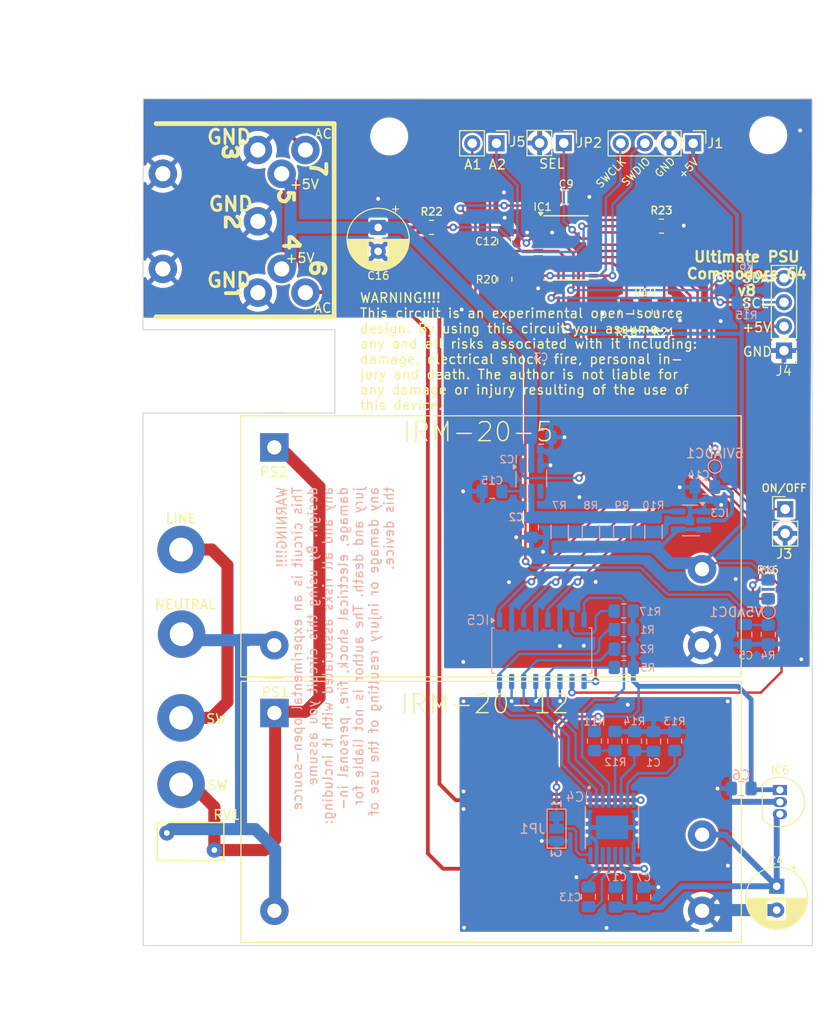
<source format=kicad_pcb>
(kicad_pcb (version 20221018) (generator pcbnew)
  (layers (0 "F.Cu" signal) (31 "B.Cu" signal) (34 "B.Paste" user) (35 "F.Paste" user) (36 "B.SilkS" user "B.Silkscreen") (37 "F.SilkS" user "F.Silkscreen") (38 "B.Mask" user) (39 "F.Mask" user) (44 "Edge.Cuts" user))
  (net 0 "")
  (net 1 "/5V/5VIADC")
  (net 2 "GND2")
  (net 3 "GND")
  (net 4 "/5V/V5ADC")
  (net 5 "5V_OUT")
  (net 6 "AC_NEUTRAL")
  (net 7 "AC_LINE")
  (net 8 "+12V")
  (net 9 "AC_OUT2")
  (net 10 "AC_OUT1")
  (net 11 "/5V/DISP_SCL")
  (net 12 "/5V/DISP_SDA")
  (net 13 "Net-(IC1-VCL)")
  (net 14 "Net-(IC4-CPL)")
  (net 15 "+5V")
  (net 16 "Net-(IC4-CPH)")
  (net 17 "Net-(H1-Pad1)")
  (net 18 "/5V/5V_EN")
  (net 19 "Net-(IC2-DV{slash}DT)")
  (net 20 "Net-(IC4-VCP)")
  (net 21 "/5V/AUX2")
  (net 22 "/5V/AUX1")
  (net 23 "Net-(IC1-P110)")
  (net 24 "Net-(IC1-P112)")
  (net 25 "Net-(IC1-P102)")
  (net 26 "NFAULT")
  (net 27 "/5V/SEL")
  (net 28 "/5V/ON_OFF")
  (net 29 "/5V/5VOADC")
  (net 31 "/5V/RESET")
  (net 32 "Net-(IC2-VIN)")
  (net 33 "/5V/SWCLK")
  (net 34 "/5V/SWDIO")
  (net 35 "Net-(IC4-EN{slash}IN1)")
  (net 36 "Net-(IC4-PH{slash}IN2)")
  (net 37 "Net-(IC4-NSLEEP)")
  (net 38 "Net-(IC4-NFAULT)")
  (net 39 "Net-(IC4-VREF)")
  (net 40 "Net-(IC4-IPROPI)")
  (net 41 "Net-(IC4-IMODE)")
  (net 42 "Net-(IC4-PMODE)")
  (net 43 "IN1")
  (net 44 "IN2")
  (net 45 "NSLEEP")
  (net 46 "Net-(IC5-ANODE_4)")
  (net 47 "+5VA")
  (footprint "Capacitor_SMD:C_0805_2012Metric_Pad1.18x1.45mm_HandSolder" (layer "F.Cu") (at 147.3923 52.7398 180)
    (fp_text reference "C9")
    (fp_text value "1uF")
  )
  (footprint "Capacitor_THT:CP_Radial_D6.3mm_P2.50mm" (layer "F.Cu") (at 169.545 125.1858 -90)
    (fp_text reference "C4")
    (fp_text value "470uF 16V")
  )
  (footprint "Connector_PinHeader_2.54mm:PinHeader_1x04_P2.54mm_Vertical" (layer "F.Cu") (at 170.307 68.8688 180)
    (fp_text reference "J4")
    (fp_text value "OLED_DISPLAY")
  )
  (footprint "Connector_PinHeader_2.54mm:PinHeader_1x02_P2.54mm_Vertical" (layer "F.Cu") (at 170.434 85.5472)
    (fp_text reference "J3")
    (fp_text value "PushButton")
  )
  (footprint "Package_SO:SSOP-20_4.4x6.5mm_P0.65mm" (layer "F.Cu") (at 147.3664 58.0698)
    (fp_text reference "IC1")
    (fp_text value "R7FA0E1073CSC#CA0")
  )
  (footprint "MountingHole:MountingHole_2.5mm_Pad" (layer "F.Cu") (at 106.8806 107.4796)
    (fp_text reference "H3" hide)
    (fp_text value "Switch1")
  )
  (footprint "MountingHole:MountingHole_3.5mm" (layer "F.Cu") (at 106.807 80.01)
    (fp_text reference "H7" hide)
    (fp_text value "MountingHole")
  )
  (footprint "Connector_PinHeader_2.54mm:PinHeader_1x04_P2.54mm_Vertical" (layer "F.Cu") (at 160.7566 47.0756 -90)
    (fp_text reference "J1")
    (fp_text value "SWD")
  )
  (footprint "Converter_ACDC:Converter_ACDC_MeanWell_IRM-20-xx_THT" (layer "F.Cu") (at 116.6876 79.0474)
    (fp_text reference "PS2")
    (fp_text value "IRM-20-5")
  )
  (footprint "MountingHole:MountingHole_3.5mm" (layer "F.Cu") (at 106.9086 127.3556)
    (fp_text reference "H6" hide)
    (fp_text value "MountingHole")
  )
  (footprint "Commodore:POWER_CON_DIN7" (layer "F.Cu") (at 114.9604 55.2798 180)
    (fp_text reference "J2" hide)
    (fp_text value "DIN-7")
  )
  (footprint "MountingHole:MountingHole_2.5mm_Pad" (layer "F.Cu") (at 106.934 98.679)
    (fp_text reference "H2" hide)
    (fp_text value "Neutral")
  )
  (footprint "Connector_PinHeader_2.54mm:PinHeader_1x02_P2.54mm_Vertical" (layer "F.Cu") (at 140.0556 47.0756 -90)
    (fp_text reference "J5")
    (fp_text value "Aux" hide)
  )
  (footprint "Resistor_SMD:R_0805_2012Metric_Pad1.20x1.40mm_HandSolder" (layer "F.Cu") (at 140.9446 61.3656 -90)
    (fp_text reference "R20")
    (fp_text value "10k")
  )
  (footprint "MountingHole:MountingHole_2.5mm_Pad" (layer "F.Cu") (at 106.8806 89.789)
    (fp_text reference "H1" hide)
    (fp_text value "Line")
  )
  (footprint "Resistor_SMD:R_0805_2012Metric_Pad1.20x1.40mm_HandSolder" (layer "F.Cu") (at 155.702 64.7954 -90)
    (fp_text reference "R19")
    (fp_text value "1k")
  )
  (footprint "Capacitor_SMD:C_0805_2012Metric_Pad1.18x1.45mm_HandSolder" (layer "F.Cu") (at 140.9192 57.3938 -90)
    (fp_text reference "C12")
    (fp_text value "0.1uF")
  )
  (footprint "MountingHole:MountingHole_3.5mm" (layer "F.Cu") (at 168.656 46.228)
    (fp_text reference "H8" hide)
    (fp_text value "MountingHole")
  )
  (footprint "Package_TO_SOT_THT:TO-92_Inline" (layer "F.Cu") (at 169.8752 115.062 -90)
    (fp_text reference "IC6")
    (fp_text value "L78L05_TO92")
  )
  (footprint "MountingHole:MountingHole_3.5mm" (layer "F.Cu") (at 128.778 46.355)
    (fp_text reference "H5" hide)
    (fp_text value "MountingHole")
  )
  (footprint "Connector_PinHeader_2.54mm:PinHeader_1x02_P2.54mm_Vertical" (layer "F.Cu") (at 147.1422 47.0502 -90)
    (fp_text reference "JP2")
    (fp_text value "SEL")
  )
  (footprint "Capacitor_THT:CP_Radial_D6.3mm_P2.50mm" (layer "F.Cu") (at 127.6096 55.9294 -90)
    (fp_text reference "C16")
    (fp_text value "470uF 16V")
  )
  (footprint "Varistor:RV_Disc_D7mm_W4mm_P5mm" (layer "F.Cu") (at 105.3806 119.5796)
    (fp_text reference "RV1")
    (fp_text value "Varistor")
  )
  (footprint "Resistor_SMD:R_0805_2012Metric_Pad1.20x1.40mm_HandSolder" (layer "F.Cu") (at 133.239 55.9148)
    (fp_text reference "R22")
    (fp_text value "10k")
  )
  (footprint "Resistor_SMD:R_0805_2012Metric_Pad1.20x1.40mm_HandSolder" (layer "F.Cu") (at 157.4198 55.7878)
    (fp_text reference "R23")
    (fp_text value "10k")
  )
  (footprint "Resistor_SMD:R_0805_2012Metric_Pad1.20x1.40mm_HandSolder" (layer "F.Cu") (at 157.7086 64.8208 -90)
    (fp_text reference "R21")
    (fp_text value "1k")
  )
  (footprint "Resistor_SMD:R_0805_2012Metric_Pad1.20x1.40mm_HandSolder" (layer "F.Cu") (at 153.7462 64.8208 -90)
    (fp_text reference "R18")
    (fp_text value "1k")
  )
  (footprint "MountingHole:MountingHole_2.5mm_Pad" (layer "F.Cu") (at 106.8806 114.4796)
    (fp_text reference "H4" hide)
    (fp_text value "Switch2")
  )
  (footprint "Converter_ACDC:Converter_ACDC_MeanWell_IRM-20-xx_THT" (layer "F.Cu") (at 116.6964 106.962)
    (fp_text reference "PS1")
    (fp_text value "IRM-20-12")
  )
  (footprint "Resistor_SMD:R_0805_2012Metric_Pad1.20x1.40mm_HandSolder" (layer "F.Cu") (at 168.6306 93.9546 90)
    (fp_text reference "R16")
    (fp_text value "10k")
  )
  (footprint "Resistor_SMD:R_0805_2012Metric_Pad1.20x1.40mm_HandSolder" (layer "B.Cu") (at 154.5844 109.9218 90)
    (fp_text reference "R14")
    (fp_text value "5k6" hide)
  )
  (footprint "Resistor_SMD:R_0805_2012Metric_Pad1.20x1.40mm_HandSolder" (layer "B.Cu") (at 153.4508 96.2406 180)
    (fp_text reference "R17")
    (fp_text value "1k")
  )
  (footprint "Capacitor_SMD:C_0805_2012Metric_Pad1.18x1.45mm_HandSolder" (layer "B.Cu") (at 152.5778 126.3357 -90)
    (fp_text reference "C17")
    (fp_text value "0.1uF")
  )
  (footprint "Resistor_SMD:R_0805_2012Metric_Pad1.20x1.40mm_HandSolder" (layer "B.Cu") (at 168.656 98.7204 -90)
    (fp_text reference "R4")
    (fp_text value "10k")
  )
  (footprint "Capacitor_SMD:C_0805_2012Metric_Pad1.18x1.45mm_HandSolder" (layer "B.Cu") (at 139.6023 83.6676)
    (fp_text reference "C15")
    (fp_text value "0.1uF")
  )
  (footprint "Capacitor_SMD:C_0805_2012Metric_Pad1.18x1.45mm_HandSolder" (layer "B.Cu") (at 156.591 109.9605 90)
    (fp_text reference "C1")
    (fp_text value "0.1uF")
  )
  (footprint "Capacitor_SMD:C_0805_2012Metric_Pad1.18x1.45mm_HandSolder" (layer "B.Cu") (at 149.733 126.2927 -90)
    (fp_text reference "C13")
    (fp_text value "0.022uF")
  )
  (footprint "Resistor_SMD:R_0805_2012Metric_Pad1.20x1.40mm_HandSolder" (layer "B.Cu") (at 153.4574 98.1964 180)
    (fp_text reference "R1")
    (fp_text value "10k")
  )
  (footprint "Resistor_SMD:R_0805_2012Metric_Pad1.20x1.40mm_HandSolder" (layer "B.Cu") (at 168.656 93.9706 -90)
    (fp_text reference "R3")
    (fp_text value "10k")
  )
  (footprint "Package_TO_SOT_SMD:SOT-23-6_Handsoldering" (layer "B.Cu") (at 143.7284 82.2998 -90)
    (fp_text reference "IC2")
    (fp_text value "MP5036AGJ")
  )
  (footprint "Resistor_SMD:R_0805_2012Metric_Pad1.20x1.40mm_HandSolder" (layer "B.Cu") (at 153.4574 102.1842 180)
    (fp_text reference "R5")
    (fp_text value "10k")
  )
  (footprint "Resistor_SMD:R_0805_2012Metric_Pad1.20x1.40mm_HandSolder" (layer "B.Cu") (at 153.4574 100.2538 180)
    (fp_text reference "R2")
    (fp_text value "10k")
  )
  (footprint "Resistor_SMD:R_1206_3216Metric_Pad1.30x1.75mm_HandSolder" (layer "B.Cu") (at 153.2904 87.9354 90)
    (fp_text reference "R9")
    (fp_text value "0.2R")
  )
  (footprint "DRV8874PWPR:SOP65P640X120-17N" (layer "B.Cu") (at 152.2112 118.9992 -90)
    (fp_text reference "IC4")
    (fp_text value "DRV8874PWPR")
  )
  (footprint "Capacitor_SMD:C_0805_2012Metric_Pad1.18x1.45mm_HandSolder" (layer "B.Cu") (at 144.7585 77.978 180)
    (fp_text reference "C3")
    (fp_text value "0.1uF")
  )
  (footprint "Resistor_SMD:R_1206_3216Metric_Pad1.30x1.75mm_HandSolder" (layer "B.Cu") (at 150.0004 87.9354 90)
    (fp_text reference "R8")
    (fp_text value "0.2R")
  )
  (footprint "Package_TO_SOT_SMD:SOT-23-5_HandSoldering" (layer "B.Cu") (at 160.5242 86.7258 180)
    (fp_text reference "IC3")
    (fp_text value "ISL28005FH20Z-T7")
  )
  (footprint "Resistor_SMD:R_0805_2012Metric_Pad1.20x1.40mm_HandSolder" (layer "B.Cu") (at 158.8008 109.9152 90)
    (fp_text reference "R13")
    (fp_text value "20k DNP" hide)
  )
  (footprint "Resistor_SMD:R_0805_2012Metric_Pad1.20x1.40mm_HandSolder" (layer "B.Cu") (at 152.527 109.9152 90)
    (fp_text reference "R12")
    (fp_text value "10k")
  )
  (footprint "Jumper:SolderJumper-3_P1.3mm_Bridged12_Pad1.0x1.5mm_NumberLabels" (layer "B.Cu") (at 146.3802 119.126 -90)
    (fp_text reference "JP1")
    (fp_text value "SolderJumper_3_Bridged12")
  )
  (footprint "Capacitor_SMD:C_0805_2012Metric_Pad1.18x1.45mm_HandSolder" (layer "B.Cu") (at 161.9973 83.2104)
    (fp_text reference "C14")
    (fp_text value "0.1uF")
  )
  (footprint "Capacitor_SMD:C_0805_2012Metric_Pad1.18x1.45mm_HandSolder" (layer "B.Cu") (at 155.5496 126.3396 -90)
    (fp_text reference "C7")
    (fp_text value "0.1uF")
  )
  (footprint "Capacitor_SMD:C_0805_2012Metric_Pad1.18x1.45mm_HandSolder" (layer "B.Cu") (at 143.7386 87.4561 90)
    (fp_text reference "C2")
    (fp_text value "1uF")
  )
  (footprint "Resistor_SMD:R_1206_3216Metric_Pad1.30x1.75mm_HandSolder" (layer "B.Cu") (at 146.7104 87.9354 90)
    (fp_text reference "R7")
    (fp_text value "0.2R")
  )
  (footprint "Resistor_SMD:R_1206_3216Metric_Pad1.30x1.75mm_HandSolder" (layer "B.Cu") (at 156.5804 87.9354 90)
    (fp_text reference "R10")
    (fp_text value "0.2R")
  )
  (footprint "Capacitor_SMD:C_0805_2012Metric_Pad1.18x1.45mm_HandSolder" (layer "B.Cu") (at 165.8112 114.9096)
    (fp_text reference "C6")
    (fp_text value "0.1uF")
  )
  (footprint "Resistor_SMD:R_0805_2012Metric_Pad1.20x1.40mm_HandSolder" (layer "B.Cu") (at 166.3794 61.2488)
    (fp_text reference "R6")
    (fp_text value "10k")
  )
  (footprint "Package_SO:SOIC-16_4.55x10.3mm_P1.27mm" (layer "B.Cu") (at 144.8308 100.405 -90)
    (fp_text reference "IC5")
    (fp_text value "PS2801C-4-F3-A")
  )
  (footprint "Resistor_SMD:R_0805_2012Metric_Pad1.20x1.40mm_HandSolder" (layer "B.Cu") (at 166.3794 63.8142)
    (fp_text reference "R15")
    (fp_text value "10k")
  )
  (footprint "Resistor_SMD:R_0805_2012Metric_Pad1.20x1.40mm_HandSolder" (layer "B.Cu") (at 150.368 109.9152 -90)
    (fp_text reference "R11")
    (fp_text value "10k" hide)
  )
  (footprint "Capacitor_SMD:C_0805_2012Metric_Pad1.18x1.45mm_HandSolder" (layer "B.Cu") (at 166.1922 98.7083 90)
    (fp_text reference "C5")
    (fp_text value "0.1uF")
  )
  (footprint "TestPoint:TestPoint_Pad_D1.0mm" (layer "B.Cu") (at 168.6814 96.3328 180)
    (fp_text reference "V5ADC1")
    (fp_text value "V5ADC")
  )
  (footprint "TestPoint:TestPoint_Pad_D1.0mm" (layer "B.Cu") (at 163.0426 81.0514 180)
    (fp_text reference "5VIADC1")
    (fp_text value "~" hide)
  )
  (gr_line (start 102.87 75.438) (end 123.063 75.438) (stroke (width 0.1)) (layer "Edge.Cuts"))
  (gr_line (start 102.87 66.675) (end 102.8954 42.3926) (stroke (width 0.1)) (layer "Edge.Cuts"))
  (gr_line (start 102.8954 42.3926) (end 173.2788 42.3926) (stroke (width 0.1)) (layer "Edge.Cuts"))
  (gr_line (start 123.063 66.675) (end 102.87 66.675) (stroke (width 0.1)) (layer "Edge.Cuts"))
  (gr_line (start 102.8954 131.4196) (end 102.87 75.438) (stroke (width 0.1)) (layer "Edge.Cuts"))
  (gr_line (start 173.2788 42.3926) (end 173.2788 131.4196) (stroke (width 0.1)) (layer "Edge.Cuts"))
  (gr_line (start 123.063 75.438) (end 123.063 66.675) (stroke (width 0.1)) (layer "Edge.Cuts"))
  (gr_line (start 173.2788 131.4196) (end 102.8954 131.4196) (stroke (width 0.1)) (layer "Edge.Cuts"))
  (gr_text "WARNING!!!!\nThis circuit is an experimental open-source \ndesign. By using this circuit you assume\nany and all risks associated with it including:\ndamage, electrical shock, fire, personal in-\njury and death. The author is not liable for\nany damage or injury resulting of the use of\nthis device." (at 129.3368 83.1088 90) (layer "B.SilkS") (effects (font (size 1 1)) (justify left bottom mirror)))
  (gr_text "GND" (at 165.8874 69.58) (layer "F.SilkS") (effects (font (size 1 1)) (justify left bottom)))
  (gr_text "+5V" (at 118.237 51.9778) (layer "F.SilkS") (effects (font (size 1 1)) (justify left bottom)))
  (gr_text "NEUTRAL" (at 104.013 96.139) (layer "F.SilkS") (effects (font (size 1 1)) (justify left bottom)))
  (gr_text "SCL" (at 165.8274 64.47) (layer "F.SilkS") (effects (font (size 1 1)) (justify left bottom)))
  (gr_text "SEL" (at 144.4498 49.8188) (layer "F.SilkS") (effects (font (size 1 1)) (justify left bottom)))
  (gr_text "Ultimate PSU\nCommodore 64\nv8" (at 166.3954 63.1952) (layer "F.SilkS") (effects (font (size 1.1 1.1) (thickness 0.25) bold) (justify bottom)))
  (gr_text "+5V" (at 159.6644 50.9618 45) (layer "F.SilkS") (effects (font (size 0.8 0.8) (thickness 0.125)) (justify left bottom)))
  (gr_text "GND" (at 109.4486 62.341) (layer "F.SilkS") (effects (font (size 1.5 1.5) (thickness 0.3) bold) (justify left bottom)))
  (gr_text "GND" (at 109.4486 47.3042) (layer "F.SilkS") (effects (font (size 1.5 1.5) (thickness 0.3) bold) (justify left bottom)))
  (gr_text "GND" (at 157.2006 50.8602 45) (layer "F.SilkS") (effects (font (size 0.8 0.8) (thickness 0.125)) (justify left bottom)))
  (gr_text "SDA" (at 165.8274 61.803) (layer "F.SilkS") (effects (font (size 1 1)) (justify left bottom)))
  (gr_text "+5V" (at 165.8274 67.01) (layer "F.SilkS") (effects (font (size 1 1)) (justify left bottom)))
  (gr_text "SW" (at 109.5756 115.1636) (layer "F.SilkS") (effects (font (size 1 1)) (justify left bottom)))
  (gr_text "WARNING!!!!\nThis circuit is an experimental open-source \ndesign. By using this circuit you assume\nany and all risks associated with it including:\ndamage, electrical shock, fire, personal in-\njury and death. The author is not liable for\nany damage or injury resulting of the use of\nthis device." (at 125.603 75.184) (layer "F.SilkS") (effects (font (size 1 1)) (justify left bottom)))
  (gr_text "AC" (at 120.8024 46.6692) (layer "F.SilkS") (effects (font (size 1 1)) (justify left bottom)))
  (gr_text "ON/OFF" (at 167.8686 83.7946) (layer "F.SilkS") (effects (font (size 0.8 0.8) (thickness 0.15) bold) (justify left bottom)))
  (gr_text "LINE" (at 105.156 87.122) (layer "F.SilkS") (effects (font (size 1 1)) (justify left bottom)))
  (gr_text "AC" (at 120.7516 64.9826) (layer "F.SilkS") (effects (font (size 1 1)) (justify left bottom)))
  (gr_text "IRM-20-12" (at 129.8448 107.188) (layer "F.SilkS") (effects (font (size 2 2)) (justify left bottom)))
  (gr_text "A1 A2" (at 136.5758 49.895) (layer "F.SilkS") (effects (font (size 1 1)) (justify left bottom)))
  (gr_text "SW" (at 109.4232 108.1786) (layer "F.SilkS") (effects (font (size 1 1)) (justify left bottom)))
  (gr_text "IRM-20-5" (at 130.0734 78.5876) (layer "F.SilkS") (effects (font (size 2 2)) (justify left bottom)))
  (gr_text "SWCLK" (at 151.003 51.9524 45) (layer "F.SilkS") (effects (font (size 0.8 0.8) (thickness 0.125)) (justify left bottom)))
  (gr_text "+5V" (at 117.7798 59.7248) (layer "F.SilkS") (effects (font (size 1 1)) (justify left bottom)))
  (gr_text "GND" (at 109.6264 54.34) (layer "F.SilkS") (effects (font (size 1.5 1.5) (thickness 0.3) bold) (justify left bottom)))
  (gr_text "SWDIO" (at 153.6954 51.7746 45) (layer "F.SilkS") (effects (font (size 0.8 0.8) (thickness 0.125)) (justify left bottom)))
  (segment (start 154.8464 55.1448) (end 150.2664 55.1448) (width 0.254) (layer "F.Cu") (net 1))
  (segment (start 155.7528 54.2384) (end 154.8464 55.1448) (width 0.254) (layer "F.Cu") (net 1))
  (segment (start 163.0426 79.1464) (end 162.687 78.7908) (width 0.254) (layer "F.Cu") (net 1))
  (segment (start 162.687 55.2036) (end 161.7218 54.2384) (width 0.254) (layer "F.Cu") (net 1))
  (segment (start 161.7218 54.2384) (end 155.7528 54.2384) (width 0.254) (layer "F.Cu") (net 1))
  (segment (start 162.687 78.7908) (end 162.687 55.2036) (width 0.254) (layer "F.Cu") (net 1))
  (via (at 163.0426 79.1464) (size 0.8) (drill 0.4) (layers "F.Cu" "B.Cu") (net 1))
  (segment (start 164.1856 83.2104) (end 163.0348 83.2104) (width 0.4) (layer "B.Cu") (net 1))
  (segment (start 164.846 85.9028) (end 164.846 83.8708) (width 0.4) (layer "B.Cu") (net 1))
  (segment (start 163.0348 81.0592) (end 163.0426 81.0514) (width 0.4) (layer "B.Cu") (net 1))
  (segment (start 164.023 86.7258) (end 164.846 85.9028) (width 0.4) (layer "B.Cu") (net 1))
  (segment (start 163.0426 81.0514) (end 163.0426 79.1464) (width 0.254) (layer "B.Cu") (net 1))
  (segment (start 164.846 83.8708) (end 164.1856 83.2104) (width 0.4) (layer "B.Cu") (net 1))
  (segment (start 163.0348 83.2104) (end 163.0348 81.0592) (width 0.4) (layer "B.Cu") (net 1))
  (segment (start 161.8742 86.7258) (end 164.023 86.7258) (width 0.4) (layer "B.Cu") (net 1))
  (via (at 154.8274 118.1356) (size 0.8) (drill 0.4) (layers "F.Cu" "B.Cu") (net 2))
  (via (at 149.5442 119.0246) (size 0.8) (drill 0.4) (layers "F.Cu" "B.Cu") (net 2))
  (via (at 151.638 129.5654) (size 0.8) (drill 0.4) (layers "F.Cu" "B.Cu") (net 2))
  (via (at 157.099 125.2728) (size 0.8) (drill 0.4) (layers "F.Cu" "B.Cu") (net 2))
  (via (at 164.3888 105.7402) (size 0.8) (drill 0.4) (layers "F.Cu" "B.Cu") (net 2))
  (via (at 153.8732 106.0958) (size 0.8) (drill 0.4) (layers "F.Cu" "B.Cu") (net 2))
  (via (at 146.7612 105.7148) (size 0.8) (drill 0.4) (layers "F.Cu" "B.Cu") (net 2))
  (via (at 136.652 129.54) (size 0.8) (drill 0.4) (layers "F.Cu" "B.Cu") (net 2))
  (via (at 148.463 124.2314) (size 0.8) (drill 0.4) (layers "F.Cu" "B.Cu") (net 2))
  (via (at 154.8528 118.9992) (size 0.8) (drill 0.4) (layers "F.Cu" "B.Cu") (net 2))
  (via (at 144.8308 120.4214) (size 0.8) (drill 0.4) (layers "F.Cu" "B.Cu") (net 2))
  (via (at 136.6012 117.0686) (size 0.8) (drill 0.4) (layers "F.Cu" "B.Cu") (net 2))
  (via (at 163.322 114.9096) (size 0.8) (drill 0.4) (layers "F.Cu" "B.Cu") (net 2))
  (via (at 141.6558 105.7148) (size 0.8) (drill 0.4) (layers "F.Cu" "B.Cu") (net 2))
  (via (at 154.8528 119.812) (size 0.8) (drill 0.4) (layers "F.Cu" "B.Cu") (net 2))
  (via (at 144.2212 105.7148) (size 0.8) (drill 0.4) (layers "F.Cu" "B.Cu") (net 2))
  (via (at 136.6012 115.2144) (size 0.8) (drill 0.4) (layers "F.Cu" "B.Cu") (net 2))
  (via (at 164.4142 123.0122) (size 0.8) (drill 0.4) (layers "F.Cu" "B.Cu") (net 2))
  (via (at 149.5442 119.8374) (size 0.8) (drill 0.4) (layers "F.Cu" "B.Cu") (net 2))
  (via (at 149.5442 118.2118) (size 0.8) (drill 0.4) (layers "F.Cu" "B.Cu") (net 2))
  (via (at 136.6012 105.7402) (size 0.8) (drill 0.4) (layers "F.Cu" "B.Cu") (net 2))
  (segment (start 144.1958 105.6894) (end 144.2212 105.7148) (width 0.254) (layer "B.Cu") (net 2))
  (segment (start 150.5862 120.5238) (end 149.8998 119.8374) (width 0.4) (layer "B.Cu") (net 2))
  (segment (start 150.5862 121.8692) (end 150.5862 120.5238) (width 0.4) (layer "B.Cu") (net 2))
  (segment (start 144.1958 103.655) (end 144.1958 105.6894) (width 0.254) (layer "B.Cu") (net 2))
  (segment (start 169.8752 116.332) (end 169.8498 116.3066) (width 0.625) (layer "B.Cu") (net 2))
  (segment (start 141.6558 103.655) (end 141.6558 105.7148) (width 0.254) (layer "B.Cu") (net 2))
  (segment (start 161.7726 127.6858) (end 161.6964 127.762) (width 1.27) (layer "B.Cu") (net 2))
  (segment (start 169.545 127.6858) (end 161.7726 127.6858) (width 1.27) (layer "B.Cu") (net 2))
  (segment (start 146.7358 103.655) (end 146.7358 105.5624) (width 0.254) (layer "B.Cu") (net 2))
  (segment (start 169.8498 116.3066) (end 164.6936 116.3066) (width 0.625) (layer "B.Cu") (net 2))
  (segment (start 149.8998 119.8374) (end 149.5442 119.8374) (width 0.4) (layer "B.Cu") (net 2))
  (segment (start 150.4926 103.655) (end 150.4926 101.958) (width 0.254) (layer "F.Cu") (net 3))
  (segment (start 150.495 101.9556) (end 150.4926 101.958) (width 0.254) (layer "F.Cu") (net 3))
  (via (at 159.3596 65.6938) (size 0.8) (drill 0.4) (layers "F.Cu" "B.Cu") (net 3))
  (via (at 140.843 52.2318) (size 0.8) (drill 0.4) (layers "F.Cu" "B.Cu") (net 3))
  (via (at 159.766 55.737) (size 0.8) (drill 0.4) (layers "F.Cu" "B.Cu") (net 3))
  (via (at 145.7452 80.9244) (size 0.8) (drill 0.4) (layers "F.Cu" "B.Cu") (net 3))
  (via (at 142.1384 88.4936) (size 0.8) (drill 0.4) (layers "F.Cu" "B.Cu") (net 3))
  (via (at 136.398 64.5508) (size 0.8) (drill 0.4) (layers "F.Cu" "B.Cu") (net 3))
  (via (at 150.4926 103.655) (size 0.8) (drill 0.4) (layers "F.Cu" "B.Cu") (net 3))
  (via (at 136.5758 101.6) (size 0.8) (drill 0.4) (layers "F.Cu" "B.Cu") (net 3))
  (via (at 144.4498 62.3214) (size 0.8) (drill 0.4) (layers "F.Cu" "B.Cu") (net 3))
  (via (at 163.5506 59.547) (size 0.8) (drill 0.4) (layers "F.Cu" "B.Cu") (net 3))
  (via (at 150.495 93.1926) (size 0.8) (drill 0.4) (layers "F.Cu" "B.Cu") (net 3))
  (via (at 127.6096 52.9176) (size 0.8) (drill 0.4) (layers "F.Cu" "B.Cu") (net 3))
  (via (at 151.2316 65.008) (size 0.8) (drill 0.4) (layers "F.Cu" "B.Cu") (net 3))
  (via (at 141.3764 93.218) (size 0.8) (drill 0.4) (layers "F.Cu" "B.Cu") (net 3))
  (via (at 172.0088 45.7294) (size 0.8) (drill 0.4) (layers "F.Cu" "B.Cu") (net 3))
  (via (at 140.9192 54.9046) (size 0.8) (drill 0.4) (layers "F.Cu" "B.Cu") (net 3))
  (via (at 163.6522 65.77) (size 0.8) (drill 0.4) (layers "F.Cu" "B.Cu") (net 3))
  (via (at 144.9578 90.0176) (size 0.8) (drill 0.4) (layers "F.Cu" "B.Cu") (net 3))
  (via (at 143.2814 56.454) (size 0.8) (drill 0.4) (layers "F.Cu" "B.Cu") (net 3))
  (via (at 145.923 56.454) (size 0.8) (drill 0.4) (layers "F.Cu" "B.Cu") (net 3))
  (via (at 149.8346 52.7144) (size 0.8) (drill 0.4) (layers "F.Cu" "B.Cu") (net 3))
  (via (at 165.227 92.8878) (size 0.8) (drill 0.4) (layers "F.Cu" "B.Cu") (net 3))
  (via (at 136.5504 83.6676) (size 0.8) (drill 0.4) (layers "F.Cu" "B.Cu") (net 3))
  (via (at 146.7358 99.9236) (size 0.8) (drill 0.4) (layers "F.Cu" "B.Cu") (net 3))
  (via (at 159.3342 83.2358) (size 0.8) (drill 0.4) (layers "F.Cu" "B.Cu") (net 3))
  (via (at 172.1358 101.3206) (size 0.8) (drill 0.4) (layers "F.Cu" "B.Cu") (net 3))
  (via (at 163.703 85.09) (size 0.8) (drill 0.4) (layers "F.Cu" "B.Cu") (net 3))
  (via (at 149.2504 99.8982) (size 0.8) (drill 0.4) (layers "F.Cu" "B.Cu") (net 3))
  (via (at 148.7932 84.2772) (size 0.8) (drill 0.4) (layers "F.Cu" "B.Cu") (net 3))
  (via (at 147.2184 77.978) (size 0.8) (drill 0.4) (layers "F.Cu" "B.Cu") (net 3))
  (segment (start 150.495 103.6574) (end 150.4926 103.655) (width 0.254) (layer "B.Cu") (net 3))
  (segment (start 149.2758 103.655) (end 150.4926 103.655) (width 0.254) (layer "B.Cu") (net 3))
  (segment (start 143.5608 53.6288) (end 144.4664 54.5344) (width 0.254) (layer "F.Cu") (net 4))
  (segment (start 143.102 68.7402) (end 143.102 91.0066) (width 0.254) (layer "F.Cu") (net 4))
  (segment (start 137.8458 63.484) (end 143.102 68.7402) (width 0.254) (layer "F.Cu") (net 4))
  (segment (start 140.8684 53.6288) (end 143.5608 53.6288) (width 0.254) (layer "F.Cu") (net 4))
  (segment (start 136.2456 53.9082) (end 137.8458 55.5084) (width 0.254) (layer "F.Cu") (net 4))
  (segment (start 144.4664 54.5344) (end 144.4664 55.1448) (width 0.254) (layer "F.Cu") (net 4))
  (segment (start 143.102 91.0066) (end 143.129 91.0336) (width 0.254) (layer "F.Cu") (net 4))
  (segment (start 137.8458 55.5084) (end 137.8458 63.484) (width 0.254) (layer "F.Cu") (net 4))
  (via (at 140.8684 53.6288) (size 0.8) (drill 0.4) (layers "F.Cu" "B.Cu") (net 4))
  (via (at 136.2456 53.9082) (size 0.8) (drill 0.4) (layers "F.Cu" "B.Cu") (net 4))
  (via (at 143.129 91.0336) (size 0.8) (drill 0.4) (layers "F.Cu" "B.Cu") (net 4))
  (segment (start 143.7894 91.694) (end 143.129 91.0336) (width 0.254) (layer "B.Cu") (net 4))
  (segment (start 164.4904 94.5134) (end 158.0642 94.5134) (width 0.254) (layer "B.Cu") (net 4))
  (segment (start 155.2448 91.694) (end 143.7894 91.694) (width 0.254) (layer "B.Cu") (net 4))
  (segment (start 168.656 97.7204) (end 166.2418 97.7204) (width 0.254) (layer "B.Cu") (net 4))
  (segment (start 168.656 97.7204) (end 168.656 96.3582) (width 0.254) (layer "B.Cu") (net 4))
  (segment (start 136.2456 53.9082) (end 136.525 53.6288) (width 0.254) (layer "B.Cu") (net 4))
  (segment (start 168.6814 96.3328) (end 166.3098 96.3328) (width 0.254) (layer "B.Cu") (net 4))
  (segment (start 166.2418 97.7204) (end 166.1922 97.6708) (width 0.254) (layer "B.Cu") (net 4))
  (segment (start 168.656 96.3582) (end 168.6814 96.3328) (width 0.254) (layer "B.Cu") (net 4))
  (segment (start 158.0642 94.5134) (end 155.2448 91.694) (width 0.254) (layer "B.Cu") (net 4))
  (segment (start 168.656 94.9706) (end 168.656 96.3074) (width 0.254) (layer "B.Cu") (net 4))
  (segment (start 168.656 96.3074) (end 168.6814 96.3328) (width 0.254) (layer "B.Cu") (net 4))
  (segment (start 166.3098 96.3328) (end 164.4904 94.5134) (width 0.254) (layer "B.Cu") (net 4))
  (segment (start 136.525 53.6288) (end 140.8684 53.6288) (width 0.254) (layer "B.Cu") (net 4))
  (segment (start 127.6242 55.9148) (end 127.6096 55.9294) (width 0.254) (layer "F.Cu") (net 5))
  (segment (start 132.239 55.9148) (end 127.6242 55.9148) (width 0.4) (layer "F.Cu") (net 5))
  (segment (start 143.7284 77.9854) (end 143.721 77.978) (width 0.625) (layer "B.Cu") (net 5))
  (segment (start 118.3894 55.9402) (end 118.4002 55.9294) (width 1.27) (layer "B.Cu") (net 5))
  (segment (start 118.4002 55.9294) (end 118.4002 51.2196) (width 1.27) (layer "B.Cu") (net 5))
  (segment (start 127.6096 55.9294) (end 118.4002 55.9294) (width 1.27) (layer "B.Cu") (net 5))
  (segment (start 143.721 77.978) (end 143.721 69.3846) (width 1.27) (layer "B.Cu") (net 5))
  (segment (start 117.4604 60.2798) (end 118.1392 60.2798) (width 1.27) (layer "B.Cu") (net 5))
  (segment (start 118.1392 60.2798) (end 118.3894 60.0296) (width 1.27) (layer "B.Cu") (net 5))
  (segment (start 118.3894 60.0296) (end 118.3894 55.9402) (width 1.27) (layer "B.Cu") (net 5))
  (segment (start 143.721 69.3846) (end 130.2658 55.9294) (width 1.27) (layer "B.Cu") (net 5))
  (segment (start 130.2658 55.9294) (end 127.6096 55.9294) (width 1.27) (layer "B.Cu") (net 5))
  (segment (start 143.7284 80.9498) (end 143.7284 77.9854) (width 0.625) (layer "B.Cu") (net 5))
  (segment (start 118.4002 51.2196) (end 117.4604 50.2798) (width 1.27) (layer "B.Cu") (net 5))
  (segment (start 105.3806 119.5796) (end 105.7834 119.1768) (width 1.27) (layer "B.Cu") (net 6))
  (segment (start 116.6968 99.2651) (end 113.9143 99.2651) (width 1.27) (layer "B.Cu") (net 6))
  (segment (start 107.569 99.314) (end 113.8654 99.314) (width 1.27) (layer "B.Cu") (net 6))
  (segment (start 105.7834 119.1768) (end 113.1824 119.1768) (width 1.27) (layer "B.Cu") (net 6))
  (segment (start 113.1537 99.2651) (end 113.1048 99.314) (width 1.27) (layer "B.Cu") (net 6))
  (segment (start 114.681 119.1768) (end 116.773 121.2688) (width 1.27) (layer "B.Cu") (net 6))
  (segment (start 113.9143 99.2651) (end 113.1537 99.2651) (width 1.27) (layer "B.Cu") (net 6))
  (segment (start 113.1048 99.314) (end 113.1824 99.3916) (width 1.27) (layer "B.Cu") (net 6))
  (segment (start 113.1824 119.1768) (end 114.681 119.1768) (width 1.27) (layer "B.Cu") (net 6))
  (segment (start 106.934 98.679) (end 107.569 99.314) (width 1.27) (layer "B.Cu") (net 6))
  (segment (start 116.773 121.2688) (end 116.773 127.6369) (width 1.27) (layer "B.Cu") (net 6))
  (segment (start 113.1824 99.3916) (end 113.1824 119.1768) (width 1.27) (layer "B.Cu") (net 6))
  (segment (start 113.8654 99.314) (end 113.9143 99.2651) (width 1.27) (layer "B.Cu") (net 6))
  (segment (start 116.773 106.8369) (end 116.773 120.2852) (width 1.27) (layer "F.Cu") (net 7))
  (segment (start 110.3806 121.3796) (end 110.3806 116.8576) (width 1.27) (layer "F.Cu") (net 7))
  (segment (start 119.9597 106.8369) (end 116.773 106.8369) (width 1.27) (layer "F.Cu") (net 7))
  (segment (start 116.7175 78.4651) (end 121.4374 83.185) (width 1.27) (layer "F.Cu") (net 7))
  (segment (start 108.0026 114.4796) (end 106.8806 114.4796) (width 1.27) (layer "F.Cu") (net 7))
  (segment (start 115.6786 121.3796) (end 110.3806 121.3796) (width 1.27) (layer "F.Cu") (net 7))
  (segment (start 110.3806 116.8576) (end 108.0026 114.4796) (width 1.27) (layer "F.Cu") (net 7))
  (segment (start 121.4374 105.3592) (end 119.9597 106.8369) (width 1.27) (layer "F.Cu") (net 7))
  (segment (start 116.773 120.2852) (end 115.6786 121.3796) (width 1.27) (layer "F.Cu") (net 7))
  (segment (start 116.6968 78.4651) (end 116.7175 78.4651) (width 1.27) (layer "F.Cu") (net 7))
  (segment (start 121.4374 83.185) (end 121.4374 105.3592) (width 1.27) (layer "F.Cu") (net 7))
  (segment (start 161.6964 119.762) (end 164.1212 119.762) (width 0.625) (layer "B.Cu") (net 8))
  (segment (start 159.5736 125.1858) (end 157.3823 127.3771) (width 0.625) (layer "B.Cu") (net 8))
  (segment (start 169.545 117.9322) (end 169.8752 117.602) (width 0.625) (layer "B.Cu") (net 8))
  (segment (start 153.8478 127.3732) (end 153.9963 127.3732) (width 0.625) (layer "B.Cu") (net 8))
  (segment (start 155.5457 127.3732) (end 155.5496 127.3771) (width 0.254) (layer "B.Cu") (net 8))
  (segment (start 153.1862 121.8692) (end 153.1862 123.0872) (width 0.4) (layer "B.Cu") (net 8))
  (segment (start 164.1212 119.762) (end 169.545 125.1858) (width 0.625) (layer "B.Cu") (net 8))
  (segment (start 153.1862 123.0872) (end 153.289 123.19) (width 0.4) (layer "B.Cu") (net 8))
  (segment (start 155.5496 127.3771) (end 154.0002 127.3771) (width 0.625) (layer "B.Cu") (net 8))
  (segment (start 154.0764 127.1446) (end 153.8478 127.3732) (width 0.625) (layer "B.Cu") (net 8))
  (segment (start 153.9963 127.3732) (end 154.0002 127.3771) (width 0.625) (layer "B.Cu") (net 8))
  (segment (start 169.545 125.1858) (end 169.545 117.9322) (width 0.625) (layer "B.Cu") (net 8))
  (segment (start 169.545 125.1858) (end 159.5736 125.1858) (width 0.625) (layer "B.Cu") (net 8))
  (segment (start 153.289 123.2916) (end 154.0764 124.079) (width 0.625) (layer "B.Cu") (net 8))
  (segment (start 154.0764 124.079) (end 154.0764 127.1446) (width 0.625) (layer "B.Cu") (net 8))
  (segment (start 152.5778 127.3732) (end 153.8478 127.3732) (width 0.625) (layer "B.Cu") (net 8))
  (segment (start 157.3823 127.3771) (end 155.5496 127.3771) (width 0.625) (layer "B.Cu") (net 8))
  (segment (start 134.0612 114.427) (end 135.763 116.1288) (width 0.4) (layer "F.Cu") (net 9))
  (segment (start 119.9604 62.7798) (end 120.0182 62.722) (width 0.4) (layer "F.Cu") (net 9))
  (segment (start 134.0612 65.3542) (end 134.0612 114.427) (width 0.4) (layer "F.Cu") (net 9))
  (segment (start 135.763 116.1288) (end 155.2448 116.1288) (width 0.4) (layer "F.Cu") (net 9))
  (segment (start 120.0182 62.722) (end 131.429 62.722) (width 0.4) (layer "F.Cu") (net 9))
  (segment (start 131.429 62.722) (end 134.0612 65.3542) (width 0.4) (layer "F.Cu") (net 9))
  (via (at 155.2448 116.1288) (size 0.8) (drill 0.4) (layers "F.Cu" "B.Cu") (net 9))
  (segment (start 154.4862 116.1292) (end 155.2444 116.1292) (width 0.4) (layer "B.Cu") (net 9))
  (segment (start 155.2444 116.1292) (end 155.2448 116.1288) (width 0.4) (layer "B.Cu") (net 9))
  (segment (start 155.6004 123.3424) (end 134.4422 123.3424) (width 0.4) (layer "F.Cu") (net 10))
  (segment (start 111.2774 46.8216) (end 112.903 45.196) (width 0.4) (layer "F.Cu") (net 10))
  (segment (start 132.842 66.802) (end 131.1496 65.1096) (width 0.4) (layer "F.Cu") (net 10))
  (segment (start 131.1496 65.1096) (end 112.395 65.1096) (width 0.4) (layer "F.Cu") (net 10))
  (segment (start 111.2774 63.992) (end 111.2774 46.8216) (width 0.4) (layer "F.Cu") (net 10))
  (segment (start 134.4422 123.3424) (end 132.842 121.7422) (width 0.4) (layer "F.Cu") (net 10))
  (segment (start 112.395 65.1096) (end 111.2774 63.992) (width 0.4) (layer "F.Cu") (net 10))
  (segment (start 112.903 45.196) (end 117.3734 45.196) (width 0.4) (layer "F.Cu") (net 10))
  (segment (start 119.9572 47.7798) (end 119.9604 47.7798) (width 0.4) (layer "F.Cu") (net 10))
  (segment (start 117.3734 45.196) (end 119.9572 47.7798) (width 0.4) (layer "F.Cu") (net 10))
  (segment (start 132.842 121.7422) (end 132.842 66.802) (width 0.4) (layer "F.Cu") (net 10))
  (via (at 155.6004 123.3424) (size 0.8) (drill 0.4) (layers "F.Cu" "B.Cu") (net 10))
  (segment (start 154.524401 123.3424) (end 155.6004 123.3424) (width 0.4) (layer "B.Cu") (net 10))
  (segment (start 153.8362 122.654199) (end 154.524401 123.3424) (width 0.4) (layer "B.Cu") (net 10))
  (segment (start 153.8362 121.8692) (end 153.8362 122.654199) (width 0.4) (layer "B.Cu") (net 10))
  (segment (start 163.6014 63.7888) (end 170.307 63.7888) (width 0.254) (layer "F.Cu") (net 11))
  (segment (start 146.5834 59.9026) (end 146.3756 59.6948) (width 0.254) (layer "F.Cu") (net 11))
  (segment (start 146.3756 59.6948) (end 144.4664 59.6948) (width 0.254) (layer "F.Cu") (net 11))
  (segment (start 146.5834 62.5696) (end 146.5834 59.9026) (width 0.254) (layer "F.Cu") (net 11))
  (segment (start 145.8214 63.3316) (end 146.5834 62.5696) (width 0.254) (layer "F.Cu") (net 11))
  (via (at 163.6014 63.7888) (size 0.8) (drill 0.4) (layers "F.Cu" "B.Cu") (net 11))
  (via (at 145.8214 63.3316) (size 0.8) (drill 0.4) (layers "F.Cu" "B.Cu") (net 11))
  (segment (start 163.6014 63.7888) (end 163.1442 63.3316) (width 0.254) (layer "B.Cu") (net 11))
  (segment (start 170.307 63.7888) (end 167.4048 63.7888) (width 0.254) (layer "B.Cu") (net 11))
  (segment (start 163.1442 63.3316) (end 145.8214 63.3316) (width 0.254) (layer "B.Cu") (net 11))
  (segment (start 167.4048 63.7888) (end 167.3794 63.8142) (width 0.254) (layer "B.Cu") (net 11))
  (segment (start 148.1582 58.7088) (end 147.1942 57.7448) (width 0.254) (layer "F.Cu") (net 12))
  (segment (start 147.8788 62.5188) (end 148.1582 62.2394) (width 0.254) (layer "F.Cu") (net 12))
  (segment (start 163.576 61.2742) (end 163.6014 61.2488) (width 0.254) (layer "F.Cu") (net 12))
  (segment (start 163.6014 61.2488) (end 170.307 61.2488) (width 0.254) (layer "F.Cu") (net 12))
  (segment (start 147.1942 57.7448) (end 144.4664 57.7448) (width 0.254) (layer "F.Cu") (net 12))
  (segment (start 148.1582 62.2394) (end 148.1582 58.7088) (width 0.254) (layer "F.Cu") (net 12))
  (via (at 147.8788 62.5188) (size 0.8) (drill 0.4) (layers "F.Cu" "B.Cu") (net 12))
  (via (at 163.576 61.2742) (size 0.8) (drill 0.4) (layers "F.Cu" "B.Cu") (net 12))
  (segment (start 170.307 61.2488) (end 167.3794 61.2488) (width 0.254) (layer "B.Cu") (net 12))
  (segment (start 162.3314 62.5188) (end 147.8788 62.5188) (width 0.254) (layer "B.Cu") (net 12))
  (segment (start 163.576 61.2742) (end 162.3314 62.5188) (width 0.254) (layer "B.Cu") (net 12))
  (segment (start 146.3548 52.7398) (end 145.8468 52.7398) (width 0.254) (layer "F.Cu") (net 13))
  (segment (start 145.8468 52.7398) (end 145.5674 53.0192) (width 0.254) (layer "F.Cu") (net 13))
  (segment (start 145.5674 53.0192) (end 145.5674 55.4068) (width 0.254) (layer "F.Cu") (net 13))
  (segment (start 145.1794 55.7948) (end 144.4664 55.7948) (width 0.254) (layer "F.Cu") (net 13))
  (segment (start 145.5674 55.4068) (end 145.1794 55.7948) (width 0.254) (layer "F.Cu") (net 13))
  (segment (start 151.2362 123.2616) (end 149.733 124.7648) (width 0.254) (layer "B.Cu") (net 14))
  (segment (start 151.2362 121.8692) (end 151.2362 123.2616) (width 0.254) (layer "B.Cu") (net 14))
  (segment (start 149.733 124.7648) (end 149.733 125.2552) (width 0.254) (layer "B.Cu") (net 14))
  (segment (start 167.0304 94.361) (end 167.0304 93.5228) (width 0.25) (layer "F.Cu") (net 15))
  (segment (start 168.6306 94.9546) (end 167.624 94.9546) (width 0.25) (layer "F.Cu") (net 15))
  (segment (start 140.9192 58.4313) (end 140.9192 60.3402) (width 0.254) (layer "F.Cu") (net 15))
  (segment (start 146.5742 58.3948) (end 144.4664 58.3948) (width 0.254) (layer "F.Cu") (net 15))
  (segment (start 147.5486 66.3796) (end 147.1168 65.9478) (width 0.254) (layer "F.Cu") (net 15))
  (segment (start 144.4664 58.3948) (end 140.9557 58.3948) (width 0.254) (layer "F.Cu") (net 15))
  (segment (start 167.624 94.9546) (end 167.0304 94.361) (width 0.25) (layer "F.Cu") (net 15))
  (segment (start 140.9557 58.3948) (end 140.9192 58.4313) (width 0.254) (layer "F.Cu") (net 15))
  (segment (start 140.9192 60.3402) (end 140.9446 60.3656) (width 0.254) (layer "F.Cu") (net 15))
  (segment (start 147.1168 65.9478) (end 147.1168 58.9374) (width 0.254) (layer "F.Cu") (net 15))
  (segment (start 147.1168 58.9374) (end 146.5742 58.3948) (width 0.254) (layer "F.Cu") (net 15))
  (via (at 147.5486 66.3796) (size 0.8) (drill 0.4) (layers "F.Cu" "B.Cu") (net 15))
  (via (at 167.0304 93.5228) (size 0.8) (drill 0.4) (layers "F.Cu" "B.Cu") (net 15))
  (segment (start 166.8997 91.2143) (end 168.656 92.9706) (width 0.254) (layer "B.Cu") (net 15))
  (segment (start 153.2904 89.4854) (end 150.0004 89.4854) (width 1.27) (layer "B.Cu") (net 15))
  (segment (start 165.3794 63.8142) (end 165.3794 61.2488) (width 0.4) (layer "B.Cu") (net 15))
  (segment (start 156.5804 89.4854) (end 153.2904 89.4854) (width 1.27) (layer "B.Cu") (net 15))
  (segment (start 165.862 87.1253) (end 165.862 67.0654) (width 0.4) (layer "B.Cu") (net 15))
  (segment (start 161.8742 87.6758) (end 159.1742 87.6758) (width 0.4) (layer "B.Cu") (net 15))
  (segment (start 165.862 65.9732) (end 165.3794 65.4906) (width 0.4) (layer "B.Cu") (net 15))
  (segment (start 165.3794 54.6194) (end 160.7566 49.9966) (width 0.4) (layer "B.Cu") (net 15))
  (segment (start 165.3794 61.2488) (end 165.3794 54.6194) (width 0.4) (layer "B.Cu") (net 15))
  (segment (start 165.8874 66.3288) (end 165.862 66.3034) (width 0.4) (layer "B.Cu") (net 15))
  (segment (start 157.1439 89.7061) (end 157.1439 90.0489) (width 0.4) (layer "B.Cu") (net 15))
  (segment (start 165.862 67.0654) (end 165.862 66.3034) (width 0.4) (layer "B.Cu") (net 15))
  (segment (start 150.0004 89.4854) (end 146.7104 89.4854) (width 1.27) (layer "B.Cu") (net 15))
  (segment (start 159.8168 67.0908) (end 148.2598 67.0908) (width 0.4) (layer "B.Cu") (net 15))
  (segment (start 160.7566 49.9966) (end 160.7566 47.0756) (width 0.4) (layer "B.Cu") (net 15))
  (segment (start 161.773 91.2143) (end 165.862 87.1253) (width 0.4) (layer "B.Cu") (net 15))
  (segment (start 161.773 91.2143) (end 166.8997 91.2143) (width 0.254) (layer "B.Cu") (net 15))
  (segment (start 167.5826 92.9706) (end 167.0304 93.5228) (width 0.25) (layer "B.Cu") (net 15))
  (segment (start 158.3093 91.2143) (end 157.1439 90.0489) (width 1.27) (layer "B.Cu") (net 15))
  (segment (start 165.862 66.3034) (end 165.862 65.9732) (width 0.4) (layer "B.Cu") (net 15))
  (segment (start 157.1439 90.0489) (end 156.5804 89.4854) (width 1.27) (layer "B.Cu") (net 15))
  (segment (start 165.8366 67.0908) (end 165.862 67.0654) (width 0.4) (layer "B.Cu") (net 15))
  (segment (start 161.773 91.2143) (end 158.3093 91.2143) (width 1.27) (layer "B.Cu") (net 15))
  (segment (start 165.3794 65.4906) (end 165.3794 63.8142) (width 0.4) (layer "B.Cu") (net 15))
  (segment (start 168.656 92.9706) (end 167.5826 92.9706) (width 0.25) (layer "B.Cu") (net 15))
  (segment (start 159.8168 67.0908) (end 165.8366 67.0908) (width 0.4) (layer "B.Cu") (net 15))
  (segment (start 170.307 66.3288) (end 165.8874 66.3288) (width 0.4) (layer "B.Cu") (net 15))
  (segment (start 148.2598 67.0908) (end 147.5486 66.3796) (width 0.4) (layer "B.Cu") (net 15))
  (segment (start 159.1742 87.6758) (end 157.1439 89.7061) (width 0.4) (layer "B.Cu") (net 15))
  (segment (start 151.8862 121.8692) (end 151.8862 123.6784) (width 0.254) (layer "B.Cu") (net 16))
  (segment (start 150.5458 127.3302) (end 149.733 127.3302) (width 0.254) (layer "B.Cu") (net 16))
  (segment (start 151.8862 123.6784) (end 151.1554 124.4092) (width 0.254) (layer "B.Cu") (net 16))
  (segment (start 151.1554 124.4092) (end 151.1554 126.7206) (width 0.254) (layer "B.Cu") (net 16))
  (segment (start 151.1554 126.7206) (end 150.5458 127.3302) (width 0.254) (layer "B.Cu") (net 16))
  (segment (start 111.76 105.791) (end 110.0714 107.4796) (width 1.27) (layer "F.Cu") (net 17))
  (segment (start 110.0714 107.4796) (end 106.8806 107.4796) (width 1.27) (layer "F.Cu") (net 17))
  (segment (start 106.8806 89.789) (end 110.109 89.789) (width 1.27) (layer "F.Cu") (net 17))
  (segment (start 110.109 89.789) (end 111.76 91.44) (width 1.27) (layer "F.Cu") (net 17))
  (segment (start 111.76 91.44) (end 111.76 105.791) (width 1.27) (layer "F.Cu") (net 17))
  (segment (start 150.2664 60.3448) (end 149.4178 60.3448) (width 0.254) (layer "F.Cu") (net 18))
  (segment (start 149.4178 60.3448) (end 149.225 60.5376) (width 0.254) (layer "F.Cu") (net 18))
  (segment (start 149.225 81.788) (end 148.7424 82.2706) (width 0.254) (layer "F.Cu") (net 18))
  (segment (start 149.225 60.5376) (end 149.225 81.788) (width 0.254) (layer "F.Cu") (net 18))
  (via (at 148.7424 82.2706) (size 0.8) (drill 0.4) (layers "F.Cu" "B.Cu") (net 18))
  (segment (start 143.0528 82.2706) (end 142.8242 82.042) (width 0.254) (layer "B.Cu") (net 18))
  (segment (start 142.8242 82.042) (end 142.8242 81.9658) (width 0.254) (layer "B.Cu") (net 18))
  (segment (start 148.7424 82.2706) (end 143.0528 82.2706) (width 0.254) (layer "B.Cu") (net 18))
  (segment (start 142.8242 81.9658) (end 142.7784 81.92) (width 0.254) (layer "B.Cu") (net 18))
  (segment (start 142.7784 81.92) (end 142.7784 80.9498) (width 0.254) (layer "B.Cu") (net 18))
  (segment (start 140.6576 83.6498) (end 140.6398 83.6676) (width 0.254) (layer "B.Cu") (net 19))
  (segment (start 142.7784 83.6498) (end 140.6576 83.6498) (width 0.254) (layer "B.Cu") (net 19))
  (segment (start 152.5362 121.8692) (end 152.5362 125.2566) (width 0.254) (layer "B.Cu") (net 20))
  (segment (start 152.5362 125.2566) (end 152.5778 125.2982) (width 0.254) (layer "B.Cu") (net 20))
  (segment (start 144.4664 57.0948) (end 143.6762 57.0948) (width 0.254) (layer "F.Cu") (net 21))
  (segment (start 143.6762 57.0948) (end 143.2052 57.5658) (width 0.254) (layer "F.Cu") (net 21))
  (via (at 143.2052 57.5658) (size 0.8) (drill 0.4) (layers "F.Cu" "B.Cu") (net 21))
  (segment (start 142.2654 51.4952) (end 140.0556 49.2854) (width 0.254) (layer "B.Cu") (net 21))
  (segment (start 142.2654 56.626) (end 142.2654 51.4952) (width 0.254) (layer "B.Cu") (net 21))
  (segment (start 140.0556 49.2854) (end 140.0556 47.0756) (width 0.254) (layer "B.Cu") (net 21))
  (segment (start 143.2052 57.5658) (end 142.2654 56.626) (width 0.254) (layer "B.Cu") (net 21))
  (segment (start 139.954 63.4332) (end 139.3698 62.849) (width 0.254) (layer "F.Cu") (net 22))
  (segment (start 144.4664 60.3448) (end 143.271 60.3448) (width 0.254) (layer "F.Cu") (net 22))
  (segment (start 142.748 62.976) (end 142.2908 63.4332) (width 0.254) (layer "F.Cu") (net 22))
  (segment (start 139.3698 62.849) (end 139.3698 50.9872) (width 0.254) (layer "F.Cu") (net 22))
  (segment (start 142.2908 63.4332) (end 139.954 63.4332) (width 0.254) (layer "F.Cu") (net 22))
  (segment (start 137.5156 49.133) (end 137.5156 47.0756) (width 0.254) (layer "F.Cu") (net 22))
  (segment (start 142.748 60.8678) (end 142.748 62.976) (width 0.254) (layer "F.Cu") (net 22))
  (segment (start 139.3698 50.9872) (end 137.5156 49.133) (width 0.254) (layer "F.Cu") (net 22))
  (segment (start 143.271 60.3448) (end 142.748 60.8678) (width 0.254) (layer "F.Cu") (net 22))
  (segment (start 153.7462 63.8208) (end 153.7462 61.071) (width 0.254) (layer "F.Cu") (net 23))
  (segment (start 152.37 59.6948) (end 150.2664 59.6948) (width 0.254) (layer "F.Cu") (net 23))
  (segment (start 153.7462 61.071) (end 152.37 59.6948) (width 0.254) (layer "F.Cu") (net 23))
  (segment (start 155.702 60.4868) (end 154.26 59.0448) (width 0.254) (layer "F.Cu") (net 24))
  (segment (start 154.26 59.0448) (end 150.2664 59.0448) (width 0.254) (layer "F.Cu") (net 24))
  (segment (start 155.702 63.7954) (end 155.702 60.4868) (width 0.254) (layer "F.Cu") (net 24))
  (segment (start 154.753 58.3948) (end 150.2664 58.3948) (width 0.254) (layer "F.Cu") (net 25))
  (segment (start 157.7086 63.8208) (end 157.7086 61.3504) (width 0.254) (layer "F.Cu") (net 25))
  (segment (start 157.7086 61.3504) (end 154.753 58.3948) (width 0.254) (layer "F.Cu") (net 25))
  (segment (start 170.053 102.6414) (end 170.053 93.7768) (width 0.25) (layer "F.Cu") (net 26))
  (segment (start 169.2308 92.9546) (end 168.6306 92.9546) (width 0.25) (layer "F.Cu") (net 26))
  (segment (start 163.068 84.2264) (end 164.592 84.2264) (width 0.25) (layer "F.Cu") (net 26))
  (segment (start 150.2664 57.7448) (end 155.0936 57.7448) (width 0.254) (layer "F.Cu") (net 26))
  (segment (start 168.1734 87.8078) (end 168.1734 92.4974) (width 0.25) (layer "F.Cu") (net 26))
  (segment (start 148.0058 104.8258) (end 167.8686 104.8258) (width 0.25) (layer "F.Cu") (net 26))
  (segment (start 160.4772 81.6356) (end 163.068 84.2264) (width 0.25) (layer "F.Cu") (net 26))
  (segment (start 170.053 93.7768) (end 169.2308 92.9546) (width 0.25) (layer "F.Cu") (net 26))
  (segment (start 155.0936 57.7448) (end 160.4772 63.1284) (width 0.254) (layer "F.Cu") (net 26))
  (segment (start 167.8686 104.8258) (end 170.053 102.6414) (width 0.25) (layer "F.Cu") (net 26))
  (segment (start 160.4772 76.9112) (end 160.4772 81.6356) (width 0.25) (layer "F.Cu") (net 26))
  (segment (start 164.592 84.2264) (end 168.1734 87.8078) (width 0.25) (layer "F.Cu") (net 26))
  (segment (start 160.4772 63.1284) (end 160.4772 76.9112) (width 0.254) (layer "F.Cu") (net 26))
  (segment (start 168.1734 92.4974) (end 168.6306 92.9546) (width 0.25) (layer "F.Cu") (net 26))
  (via (at 148.0058 104.8258) (size 0.8) (drill 0.4) (layers "F.Cu" "B.Cu") (net 26))
  (segment (start 148.0058 104.8258) (end 148.0058 103.655) (width 0.254) (layer "B.Cu") (net 26))
  (segment (start 150.2664 57.0948) (end 148.9572 57.0948) (width 0.254) (layer "F.Cu") (net 27))
  (segment (start 148.9572 57.0948) (end 148.0185 56.1561) (width 0.25) (layer "F.Cu") (net 27))
  (via (at 148.0185 56.1561) (size 0.8) (drill 0.4) (layers "F.Cu" "B.Cu") (net 27))
  (segment (start 148.0185 56.1561) (end 147.1422 55.2798) (width 0.25) (layer "B.Cu") (net 27))
  (segment (start 147.1422 55.2798) (end 147.1422 47.0502) (width 0.25) (layer "B.Cu") (net 27))
  (segment (start 165.0238 83.4136) (end 163.3728 83.4136) (width 0.254) (layer "F.Cu") (net 28))
  (segment (start 163.3728 83.4136) (end 161.2138 81.2546) (width 0.254) (layer "F.Cu") (net 28))
  (segment (start 161.2138 62.722) (end 154.9366 56.4448) (width 0.254) (layer "F.Cu") (net 28))
  (segment (start 167.1574 85.5472) (end 165.0238 83.4136) (width 0.254) (layer "F.Cu") (net 28))
  (segment (start 170.434 85.5472) (end 167.1574 85.5472) (width 0.254) (layer "F.Cu") (net 28))
  (segment (start 161.2138 81.2546) (end 161.2138 62.722) (width 0.254) (layer "F.Cu") (net 28))
  (segment (start 154.9366 56.4448) (end 150.2664 56.4448) (width 0.254) (layer "F.Cu") (net 28))
  (segment (start 150.2594 55.7878) (end 150.2664 55.7948) (width 0.254) (layer "F.Cu") (net 29))
  (segment (start 156.4198 55.7878) (end 150.2734 55.7878) (width 0.254) (layer "F.Cu") (net 29))
  (segment (start 150.2734 55.7878) (end 150.2664 55.7948) (width 0.254) (layer "F.Cu") (net 29))
  (segment (start 149.0472 55.7878) (end 150.2594 55.7878) (width 0.254) (layer "F.Cu") (net 29))
  (segment (start 134.239 55.9148) (end 135.509 55.9148) (width 0.254) (layer "F.Cu") (net 29))
  (via (at 149.0472 55.7878) (size 0.8) (drill 0.4) (layers "F.Cu" "B.Cu") (net 29))
  (via (at 135.509 55.9148) (size 0.8) (drill 0.4) (layers "F.Cu" "B.Cu") (net 29))
  (segment (start 149.225 55.9656) (end 149.0472 55.7878) (width 0.254) (layer "B.Cu") (net 29))
  (segment (start 142.7988 58.5056) (end 148.3614 58.5056) (width 0.254) (layer "B.Cu") (net 29))
  (segment (start 148.3614 58.5056) (end 149.225 57.642) (width 0.254) (layer "B.Cu") (net 29))
  (segment (start 135.509 55.9148) (end 140.208 55.9148) (width 0.254) (layer "B.Cu") (net 29))
  (segment (start 140.208 55.9148) (end 142.7988 58.5056) (width 0.254) (layer "B.Cu") (net 29))
  (segment (start 149.225 57.642) (end 149.225 55.9656) (width 0.254) (layer "B.Cu") (net 29))
  (segment (start 141.8836 62.3656) (end 140.9446 62.3656) (width 0.254) (layer "F.Cu") (net 31))
  (segment (start 141.8844 62.3664) (end 141.8836 62.3656) (width 0.254) (layer "F.Cu") (net 31))
  (segment (start 144.4664 59.0448) (end 142.7676 59.0448) (width 0.254) (layer "F.Cu") (net 31))
  (segment (start 142.113 62.1378) (end 141.8844 62.3664) (width 0.254) (layer "F.Cu") (net 31))
  (segment (start 142.7676 59.0448) (end 142.113 59.6994) (width 0.254) (layer "F.Cu") (net 31))
  (segment (start 142.113 59.6994) (end 142.113 62.1378) (width 0.254) (layer "F.Cu") (net 31))
  (segment (start 159.1742 85.7758) (end 157.19 85.7758) (width 0.4) (layer "B.Cu") (net 32))
  (segment (start 157.19 85.7758) (end 156.5804 86.3854) (width 0.4) (layer "B.Cu") (net 32))
  (segment (start 150.0004 86.3854) (end 146.7104 86.3854) (width 1.27) (layer "B.Cu") (net 32))
  (segment (start 143.7386 84.6836) (end 143.7386 86.4186) (width 0.625) (layer "B.Cu") (net 32))
  (segment (start 153.2904 86.3854) (end 150.0004 86.3854) (width 1.27) (layer "B.Cu") (net 32))
  (segment (start 156.5804 86.3854) (end 153.2904 86.3854) (width 1.27) (layer "B.Cu") (net 32))
  (segment (start 143.7284 83.6498) (end 143.7284 84.6734) (width 0.625) (layer "B.Cu") (net 32))
  (segment (start 146.7104 86.3854) (end 143.7718 86.3854) (width 1.27) (layer "B.Cu") (net 32))
  (segment (start 143.7718 86.3854) (end 143.7386 86.4186) (width 1.27) (layer "B.Cu") (net 32))
  (segment (start 143.7284 84.6734) (end 143.7386 84.6836) (width 0.625) (layer "B.Cu") (net 32))
  (segment (start 145.6944 60.9948) (end 144.4664 60.9948) (width 0.254) (layer "F.Cu") (net 33))
  (via (at 145.6944 60.9948) (size 0.8) (drill 0.4) (layers "F.Cu" "B.Cu") (net 33))
  (segment (start 153.0858 51.3174) (end 153.0858 47.1264) (width 0.254) (layer "B.Cu") (net 33))
  (segment (start 151.5618 52.8414) (end 153.0858 51.3174) (width 0.254) (layer "B.Cu") (net 33))
  (segment (start 150.9268 60.9948) (end 151.5618 60.3598) (width 0.254) (layer "B.Cu") (net 33))
  (segment (start 153.0858 47.1264) (end 153.1366 47.0756) (width 0.254) (layer "B.Cu") (net 33))
  (segment (start 145.6944 60.9948) (end 150.9268 60.9948) (width 0.254) (layer "B.Cu") (net 33))
  (segment (start 151.5618 60.3598) (end 151.5618 52.8414) (width 0.254) (layer "B.Cu") (net 33))
  (segment (start 150.2664 60.9948) (end 152.273 60.9948) (width 0.254) (layer "F.Cu") (net 34))
  (via (at 152.273 60.9948) (size 0.8) (drill 0.4) (layers "F.Cu" "B.Cu") (net 34))
  (segment (start 152.273 60.9948) (end 152.273 53.5018) (width 0.254) (layer "B.Cu") (net 34))
  (segment (start 152.273 53.5018) (end 154.2288 51.546) (width 0.254) (layer "B.Cu") (net 34))
  (segment (start 155.3972 47.0756) (end 155.6766 47.0756) (width 0.254) (layer "B.Cu") (net 34))
  (segment (start 154.2288 51.546) (end 154.2288 48.244) (width 0.254) (layer "B.Cu") (net 34))
  (segment (start 154.2288 48.244) (end 155.3972 47.0756) (width 0.254) (layer "B.Cu") (net 34))
  (segment (start 150.8506 99.2124) (end 150.8506 100.3554) (width 0.254) (layer "B.Cu") (net 35))
  (segment (start 140.3858 102.855001) (end 140.3858 103.655) (width 0.254) (layer "B.Cu") (net 35))
  (segment (start 140.3858 106.1466) (end 140.3858 103.655) (width 0.254) (layer "B.Cu") (net 35))
  (segment (start 141.478 107.2388) (end 140.3858 106.1466) (width 0.254) (layer "B.Cu") (net 35))
  (segment (start 146.9644 112.395) (end 146.9644 109.7788) (width 0.254) (layer "B.Cu") (net 35))
  (segment (start 149.9362 115.3668) (end 146.9644 112.395) (width 0.254) (layer "B.Cu") (net 35))
  (segment (start 152.4574 98.1964) (end 151.8666 98.1964) (width 0.254) (layer "B.Cu") (net 35))
  (segment (start 144.4244 107.2388) (end 141.478 107.2388) (width 0.254) (layer "B.Cu") (net 35))
  (segment (start 149.9362 116.1292) (end 149.9362 115.3668) (width 0.254) (layer "B.Cu") (net 35))
  (segment (start 151.8666 98.1964) (end 150.8506 99.2124) (width 0.254) (layer "B.Cu") (net 35))
  (segment (start 146.9644 109.7788) (end 144.4244 107.2388) (width 0.254) (layer "B.Cu") (net 35))
  (segment (start 150.8506 100.3554) (end 150.4442 100.7618) (width 0.254) (layer "B.Cu") (net 35))
  (segment (start 150.4442 100.7618) (end 142.479001 100.7618) (width 0.254) (layer "B.Cu") (net 35))
  (segment (start 142.479001 100.7618) (end 140.3858 102.855001) (width 0.254) (layer "B.Cu") (net 35))
  (segment (start 144.358601 101.4222) (end 142.9258 102.855001) (width 0.254) (layer "B.Cu") (net 36))
  (segment (start 150.5862 116.1292) (end 150.5862 115.0262) (width 0.254) (layer "B.Cu") (net 36))
  (segment (start 147.6502 109.4486) (end 144.8816 106.68) (width 0.254) (layer "B.Cu") (net 36))
  (segment (start 152.146 100.2538) (end 150.9776 101.4222) (width 0.254) (layer "B.Cu") (net 36))
  (segment (start 144.8816 106.68) (end 143.6116 106.68) (width 0.254) (layer "B.Cu") (net 36))
  (segment (start 143.6116 106.68) (end 142.9258 105.9942) (width 0.254) (layer "B.Cu") (net 36))
  (segment (start 150.5862 115.0262) (end 147.6502 112.0902) (width 0.254) (layer "B.Cu") (net 36))
  (segment (start 147.6502 112.0902) (end 147.6502 109.4486) (width 0.254) (layer "B.Cu") (net 36))
  (segment (start 152.4574 100.2538) (end 152.146 100.2538) (width 0.254) (layer "B.Cu") (net 36))
  (segment (start 150.9776 101.4222) (end 144.358601 101.4222) (width 0.254) (layer "B.Cu") (net 36))
  (segment (start 142.9258 102.855001) (end 142.9258 103.655) (width 0.254) (layer "B.Cu") (net 36))
  (segment (start 142.9258 105.9942) (end 142.9258 103.655) (width 0.254) (layer "B.Cu") (net 36))
  (segment (start 151.2362 114.711) (end 148.3868 111.8616) (width 0.254) (layer "B.Cu") (net 37))
  (segment (start 152.4574 102.1842) (end 146.136601 102.1842) (width 0.254) (layer "B.Cu") (net 37))
  (segment (start 148.3868 109.1184) (end 145.4658 106.1974) (width 0.254) (layer "B.Cu") (net 37))
  (segment (start 146.136601 102.1842) (end 145.4658 102.855001) (width 0.254) (layer "B.Cu") (net 37))
  (segment (start 145.4658 106.1974) (end 145.4658 103.655) (width 0.254) (layer "B.Cu") (net 37))
  (segment (start 145.4658 102.855001) (end 145.4658 103.655) (width 0.254) (layer "B.Cu") (net 37))
  (segment (start 148.3868 111.8616) (end 148.3868 109.1184) (width 0.254) (layer "B.Cu") (net 37))
  (segment (start 151.2362 116.1292) (end 151.2362 114.711) (width 0.254) (layer "B.Cu") (net 37))
  (segment (start 149.2758 95.377) (end 149.2758 97.155) (width 0.254) (layer "B.Cu") (net 38))
  (segment (start 153.0604 94.869) (end 149.7838 94.869) (width 0.254) (layer "B.Cu") (net 38))
  (segment (start 151.8862 116.1292) (end 151.8862 114.345) (width 0.254) (layer "B.Cu") (net 38))
  (segment (start 149.0726 111.5314) (end 149.0726 106.8832) (width 0.254) (layer "B.Cu") (net 38))
  (segment (start 152.2984 105.5878) (end 153.4668 104.4194) (width 0.254) (layer "B.Cu") (net 38))
  (segment (start 153.4668 95.2754) (end 153.0604 94.869) (width 0.254) (layer "B.Cu") (net 38))
  (segment (start 151.8862 114.345) (end 149.0726 111.5314) (width 0.254) (layer "B.Cu") (net 38))
  (segment (start 150.368 105.5878) (end 152.2984 105.5878) (width 0.254) (layer "B.Cu") (net 38))
  (segment (start 149.0726 106.8832) (end 150.368 105.5878) (width 0.254) (layer "B.Cu") (net 38))
  (segment (start 149.7838 94.869) (end 149.2758 95.377) (width 0.254) (layer "B.Cu") (net 38))
  (segment (start 153.4668 104.4194) (end 153.4668 95.2754) (width 0.254) (layer "B.Cu") (net 38))
  (segment (start 152.5362 110.9244) (end 152.527 110.9152) (width 0.254) (layer "B.Cu") (net 39))
  (segment (start 152.5362 116.1292) (end 152.5362 110.9244) (width 0.254) (layer "B.Cu") (net 39))
  (segment (start 152.527 110.9152) (end 150.368 110.9152) (width 0.254) (layer "B.Cu") (net 39))
  (segment (start 153.1862 113.8186) (end 154.5844 112.4204) (width 0.254) (layer "B.Cu") (net 40))
  (segment (start 154.6606 110.998) (end 154.5844 110.9218) (width 0.254) (layer "B.Cu") (net 40))
  (segment (start 156.591 110.998) (end 154.6606 110.998) (width 0.254) (layer "B.Cu") (net 40))
  (segment (start 153.1862 116.1292) (end 153.1862 113.8186) (width 0.254) (layer "B.Cu") (net 40))
  (segment (start 154.5844 112.4204) (end 154.5844 110.9218) (width 0.254) (layer "B.Cu") (net 40))
  (segment (start 154.94 113.3094) (end 157.9118 113.3094) (width 0.254) (layer "B.Cu") (net 41))
  (segment (start 158.8008 112.4204) (end 158.8008 110.9152) (width 0.254) (layer "B.Cu") (net 41))
  (segment (start 153.8362 116.1292) (end 153.8362 114.4132) (width 0.254) (layer "B.Cu") (net 41))
  (segment (start 153.8362 114.4132) (end 154.94 113.3094) (width 0.254) (layer "B.Cu") (net 41))
  (segment (start 157.9118 113.3094) (end 158.8008 112.4204) (width 0.254) (layer "B.Cu") (net 41))
  (segment (start 148.844 121.8692) (end 148.4376 121.4628) (width 0.254) (layer "B.Cu") (net 42))
  (segment (start 148.4376 121.4628) (end 148.4376 119.4308) (width 0.254) (layer "B.Cu") (net 42))
  (segment (start 148.1328 119.126) (end 146.3802 119.126) (width 0.254) (layer "B.Cu") (net 42))
  (segment (start 149.9362 121.8692) (end 148.844 121.8692) (width 0.254) (layer "B.Cu") (net 42))
  (segment (start 148.4376 119.4308) (end 148.1328 119.126) (width 0.254) (layer "B.Cu") (net 42))
  (segment (start 143.7386 93.1672) (end 153.7462 83.1596) (width 0.254) (layer "F.Cu") (net 43))
  (segment (start 153.7462 83.1596) (end 153.7462 65.8208) (width 0.254) (layer "F.Cu") (net 43))
  (via (at 143.7386 93.1672) (size 0.8) (drill 0.4) (layers "F.Cu" "B.Cu") (net 43))
  (segment (start 143.256 93.1672) (end 140.3858 96.0374) (width 0.254) (layer "B.Cu") (net 43))
  (segment (start 143.7386 93.1672) (end 143.256 93.1672) (width 0.254) (layer "B.Cu") (net 43))
  (segment (start 140.3858 96.0374) (end 140.3858 97.155) (width 0.254) (layer "B.Cu") (net 43))
  (segment (start 155.702 83.7946) (end 155.702 65.7954) (width 0.254) (layer "F.Cu") (net 44))
  (segment (start 146.2913 93.2053) (end 155.702 83.7946) (width 0.254) (layer "F.Cu") (net 44))
  (via (at 146.2913 93.2053) (size 0.8) (drill 0.4) (layers "F.Cu" "B.Cu") (net 44))
  (segment (start 142.9258 96.0628) (end 142.9258 97.155) (width 0.254) (layer "B.Cu") (net 44))
  (segment (start 146.2913 93.2053) (end 145.7833 93.2053) (width 0.254) (layer "B.Cu") (net 44))
  (segment (start 145.7833 93.2053) (end 142.9258 96.0628) (width 0.254) (layer "B.Cu") (net 44))
  (segment (start 157.9372 67.0052) (end 157.7086 66.7766) (width 0.254) (layer "F.Cu") (net 45))
  (segment (start 157.9372 66.0494) (end 157.7086 65.8208) (width 0.254) (layer "F.Cu") (net 45))
  (segment (start 148.59 93.1926) (end 157.9372 83.8454) (width 0.254) (layer "F.Cu") (net 45))
  (segment (start 157.9372 83.8454) (end 157.9372 67.0052) (width 0.254) (layer "F.Cu") (net 45))
  (segment (start 157.7086 66.7766) (end 157.7086 65.8208) (width 0.254) (layer "F.Cu") (net 45))
  (via (at 148.59 93.1926) (size 0.8) (drill 0.4) (layers "F.Cu" "B.Cu") (net 45))
  (segment (start 145.4658 96.0374) (end 145.4658 97.155) (width 0.254) (layer "B.Cu") (net 45))
  (segment (start 148.3106 93.1926) (end 145.4658 96.0374) (width 0.254) (layer "B.Cu") (net 45))
  (segment (start 148.59 93.1926) (end 148.3106 93.1926) (width 0.254) (layer "B.Cu") (net 45))
  (segment (start 150.1267 98.6282) (end 148.336 98.6282) (width 0.254) (layer "B.Cu") (net 46))
  (segment (start 152.4508 96.2406) (end 151.0538 96.2406) (width 0.254) (layer "B.Cu") (net 46))
  (segment (start 148.0058 98.298) (end 148.0058 97.155) (width 0.254) (layer "B.Cu") (net 46))
  (segment (start 150.495 98.2599) (end 150.1267 98.6282) (width 0.254) (layer "B.Cu") (net 46))
  (segment (start 151.0538 96.2406) (end 150.495 96.7994) (width 0.254) (layer "B.Cu") (net 46))
  (segment (start 148.336 98.6282) (end 148.0058 98.298) (width 0.254) (layer "B.Cu") (net 46))
  (segment (start 150.495 96.7994) (end 150.495 98.2599) (width 0.254) (layer "B.Cu") (net 46))
  (segment (start 147.4724 107.3404) (end 150.749 107.3404) (width 0.254) (layer "F.Cu") (net 47))
  (segment (start 146.3802 108.4326) (end 147.4724 107.3404) (width 0.254) (layer "F.Cu") (net 47))
  (segment (start 146.3802 114.7572) (end 146.3802 108.4326) (width 0.254) (layer "F.Cu") (net 47))
  (via (at 150.749 107.3404) (size 0.8) (drill 0.4) (layers "F.Cu" "B.Cu") (net 47))
  (via (at 146.3802 114.7572) (size 0.8) (drill 0.4) (layers "F.Cu" "B.Cu") (net 47))
  (segment (start 165.481 104.1654) (end 155.0162 104.1654) (width 0.508) (layer "B.Cu") (net 47))
  (segment (start 169.8498 115.0366) (end 166.8526 115.0366) (width 0.508) (layer "B.Cu") (net 47))
  (segment (start 150.749 107.3404) (end 154.3812 107.3404) (width 0.254) (layer "B.Cu") (net 47))
  (segment (start 166.8526 115.0366) (end 166.8526 105.537) (width 0.508) (layer "B.Cu") (net 47))
  (segment (start 166.8526 105.537) (end 165.481 104.1654) (width 0.508) (layer "B.Cu") (net 47))
  (segment (start 150.368 108.9152) (end 150.368 107.7214) (width 0.254) (layer "B.Cu") (net 47))
  (segment (start 169.8752 115.062) (end 169.8498 115.0366) (width 0.508) (layer "B.Cu") (net 47))
  (segment (start 154.4574 98.1964) (end 154.4574 100.2538) (width 0.508) (layer "B.Cu") (net 47))
  (segment (start 146.3802 117.826) (end 146.3802 114.7572) (width 0.254) (layer "B.Cu") (net 47))
  (segment (start 155.0162 106.7054) (end 155.0162 104.1654) (width 0.254) (layer "B.Cu") (net 47))
  (segment (start 150.368 107.7214) (end 150.749 107.3404) (width 0.254) (layer "B.Cu") (net 47))
  (segment (start 154.4508 96.2406) (end 154.4508 98.1898) (width 0.508) (layer "B.Cu") (net 47))
  (segment (start 155.0162 104.1654) (end 154.4574 103.6066) (width 0.508) (layer "B.Cu") (net 47))
  (segment (start 154.3812 107.3404) (end 155.0162 106.7054) (width 0.254) (layer "B.Cu") (net 47))
  (segment (start 154.4508 98.1898) (end 154.4574 98.1964) (width 0.508) (layer "B.Cu") (net 47))
  (segment (start 154.4574 103.6066) (end 154.4574 102.1842) (width 0.508) (layer "B.Cu") (net 47))
  (segment (start 154.4574 100.2538) (end 154.4574 102.1842) (width 0.508) (layer "B.Cu") (net 47))
  (zone (net 0) (net_name "") (layer "F.Cu") (connect_pads (clearance 0)) (min_thickness 0.25)
    (keepout (tracks not_allowed) (vias not_allowed) (pads not_allowed) (copperpour not_allowed) (footprints allowed))
    (fill (thermal_gap 0.5) (thermal_bridge_width 0.5))
    (polygon (pts (xy 143.9926 93.5482) (xy 148.336 93.5482) (xy 148.1328 93.1926) (xy 144.2466 93.1926)))
  )
  (zone (net 2) (net_name "GND2") (layers "F&B.Cu") (priority 1) (connect_pads (clearance 0.254)) (min_thickness 0.254) (fill yes (thermal_gap 0.5) (thermal_bridge_width 0.5))
    (polygon (pts (xy 136.2202 129.9718) (xy 164.846 129.9718) (xy 164.846 117.0686) (xy 164.7952 105.3084) (xy 136.1694 105.3084)))
  )
  (zone (net 3) (net_name "GND") (layers "F&B.Cu") (connect_pads (clearance 0.254)) (min_thickness 0.254) (fill yes (thermal_gap 0.5) (thermal_bridge_width 0.5))
    (polygon (pts (xy 172.9994 102.108) (xy 134.5438 102.2604) (xy 134.5184 65.405) (xy 132.6896 65.405) (xy 102.9462 65.405) (xy 102.9462 42.4434) (xy 173.2534 42.3926) (xy 172.9994 100.0506)))
  )
  (zone (net 0) (net_name "") (layer "B.Cu") (connect_pads (clearance 0)) (min_thickness 0.25)
    (keepout (tracks not_allowed) (vias not_allowed) (pads not_allowed) (copperpour not_allowed) (footprints allowed))
    (fill (thermal_gap 0.5) (thermal_bridge_width 0.5))
    (polygon (pts (xy 148.9456 125.73) (xy 148.9456 126.7714) (xy 149.0726 126.6952) (xy 149.0726 125.8824)))
  )
)
</source>
